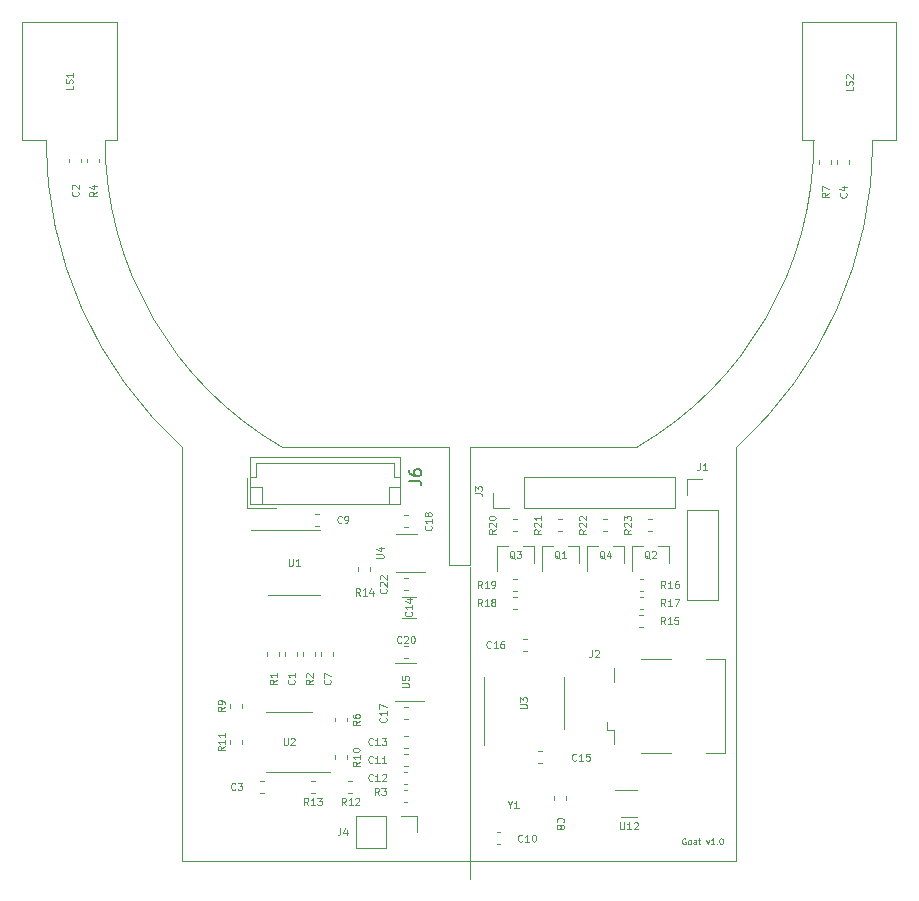
<source format=gbr>
%TF.GenerationSoftware,KiCad,Pcbnew,5.99.0-unknown-5405c09~101~ubuntu18.04.1*%
%TF.CreationDate,2020-04-21T19:36:23+03:00*%
%TF.ProjectId,Ultrasonic Flow Sensor,556c7472-6173-46f6-9e69-6320466c6f77,rev?*%
%TF.SameCoordinates,Original*%
%TF.FileFunction,Legend,Top*%
%TF.FilePolarity,Positive*%
%FSLAX46Y46*%
G04 Gerber Fmt 4.6, Leading zero omitted, Abs format (unit mm)*
G04 Created by KiCad (PCBNEW 5.99.0-unknown-5405c09~101~ubuntu18.04.1) date 2020-04-21 19:36:23*
%MOMM*%
%LPD*%
G01*
G04 APERTURE LIST*
%TA.AperFunction,Profile*%
%ADD10C,0.100000*%
%TD*%
%ADD11C,0.100000*%
%ADD12C,0.120000*%
%ADD13C,0.150000*%
G04 APERTURE END LIST*
D10*
X149136991Y-69280010D02*
X147136990Y-69280010D01*
X142136990Y-69280010D02*
G75*
G02*
X127136990Y-95260771I-29999999J0D01*
G01*
X141136991Y-69280010D02*
X141136991Y-59280010D01*
X88684912Y-95260772D02*
X88684912Y-130260772D01*
X83136991Y-59280010D02*
X83136991Y-69280010D01*
X142136990Y-69280010D02*
X141136991Y-69280010D01*
X75136991Y-69280010D02*
X75136991Y-59280010D01*
X77136991Y-69280010D02*
X75136991Y-69280010D01*
X88684912Y-95260772D02*
G75*
G02*
X77136991Y-69280010I23452079J25980762D01*
G01*
X111286991Y-95260772D02*
X111286991Y-105260772D01*
X111286991Y-95260772D02*
X97136991Y-95260772D01*
D11*
X113023990Y-105390771D02*
X113023990Y-131806771D01*
D10*
X112986991Y-95260772D02*
X127136990Y-95260771D01*
X112986991Y-105260772D02*
X112986991Y-95260772D01*
D11*
X131268513Y-128381771D02*
X131220894Y-128357961D01*
X131149466Y-128357961D01*
X131078037Y-128381771D01*
X131030418Y-128429390D01*
X131006609Y-128477009D01*
X130982799Y-128572247D01*
X130982799Y-128643675D01*
X131006609Y-128738913D01*
X131030418Y-128786532D01*
X131078037Y-128834151D01*
X131149466Y-128857961D01*
X131197085Y-128857961D01*
X131268513Y-128834151D01*
X131292323Y-128810342D01*
X131292323Y-128643675D01*
X131197085Y-128643675D01*
X131578037Y-128857961D02*
X131530418Y-128834151D01*
X131506609Y-128810342D01*
X131482799Y-128762723D01*
X131482799Y-128619866D01*
X131506609Y-128572247D01*
X131530418Y-128548437D01*
X131578037Y-128524628D01*
X131649466Y-128524628D01*
X131697085Y-128548437D01*
X131720894Y-128572247D01*
X131744704Y-128619866D01*
X131744704Y-128762723D01*
X131720894Y-128810342D01*
X131697085Y-128834151D01*
X131649466Y-128857961D01*
X131578037Y-128857961D01*
X132173275Y-128857961D02*
X132173275Y-128596056D01*
X132149466Y-128548437D01*
X132101847Y-128524628D01*
X132006609Y-128524628D01*
X131958990Y-128548437D01*
X132173275Y-128834151D02*
X132125656Y-128857961D01*
X132006609Y-128857961D01*
X131958990Y-128834151D01*
X131935180Y-128786532D01*
X131935180Y-128738913D01*
X131958990Y-128691294D01*
X132006609Y-128667485D01*
X132125656Y-128667485D01*
X132173275Y-128643675D01*
X132339942Y-128524628D02*
X132530418Y-128524628D01*
X132411370Y-128357961D02*
X132411370Y-128786532D01*
X132435180Y-128834151D01*
X132482799Y-128857961D01*
X132530418Y-128857961D01*
X133030418Y-128524628D02*
X133149466Y-128857961D01*
X133268513Y-128524628D01*
X133720894Y-128857961D02*
X133435180Y-128857961D01*
X133578037Y-128857961D02*
X133578037Y-128357961D01*
X133530418Y-128429390D01*
X133482799Y-128477009D01*
X133435180Y-128500818D01*
X133935180Y-128810342D02*
X133958990Y-128834151D01*
X133935180Y-128857961D01*
X133911370Y-128834151D01*
X133935180Y-128810342D01*
X133935180Y-128857961D01*
X134268513Y-128357961D02*
X134316132Y-128357961D01*
X134363751Y-128381771D01*
X134387561Y-128405580D01*
X134411370Y-128453199D01*
X134435180Y-128548437D01*
X134435180Y-128667485D01*
X134411370Y-128762723D01*
X134387561Y-128810342D01*
X134363751Y-128834151D01*
X134316132Y-128857961D01*
X134268513Y-128857961D01*
X134220894Y-128834151D01*
X134197085Y-128810342D01*
X134173275Y-128762723D01*
X134149466Y-128667485D01*
X134149466Y-128548437D01*
X134173275Y-128453199D01*
X134197085Y-128405580D01*
X134220894Y-128381771D01*
X134268513Y-128357961D01*
D10*
X88684912Y-130260772D02*
X135589070Y-130260772D01*
X149136991Y-59280010D02*
X149136991Y-69280010D01*
X111286991Y-105260772D02*
X112986991Y-105260772D01*
X141136991Y-59280010D02*
X149136991Y-59280010D01*
X97136991Y-95260772D02*
G75*
G02*
X82136991Y-69280010I15000000J25980762D01*
G01*
X83136991Y-69280010D02*
X82136991Y-69280010D01*
X135589070Y-130260772D02*
X135589069Y-95260771D01*
X147136990Y-69280010D02*
G75*
G02*
X135589069Y-95260771I-34999999J0D01*
G01*
X75136991Y-59280010D02*
X83136991Y-59280010D01*
D12*
%TO.C,U1*%
X98126490Y-107734657D02*
X100326490Y-107734657D01*
X98126490Y-107734657D02*
X95926490Y-107734657D01*
X98126490Y-102264657D02*
X100326490Y-102264657D01*
X98126490Y-102264657D02*
X94526490Y-102264657D01*
%TO.C,C8*%
X121153990Y-124785992D02*
X121153990Y-125111550D01*
X120133990Y-124785992D02*
X120133990Y-125111550D01*
%TO.C,R1*%
X95876990Y-112894050D02*
X95876990Y-112568492D01*
X96896990Y-112894050D02*
X96896990Y-112568492D01*
%TO.C,C16*%
X117877769Y-112487271D02*
X117552211Y-112487271D01*
X117877769Y-111467271D02*
X117552211Y-111467271D01*
%TO.C,C17*%
X107430211Y-117263157D02*
X107755769Y-117263157D01*
X107430211Y-118283157D02*
X107755769Y-118283157D01*
%TO.C,J1*%
X131378990Y-108210771D02*
X134038990Y-108210771D01*
X131378990Y-100530771D02*
X131378990Y-108210771D01*
X134038990Y-100530771D02*
X134038990Y-108210771D01*
X131378990Y-100530771D02*
X134038990Y-100530771D01*
X131378990Y-99260771D02*
X131378990Y-97930771D01*
X131378990Y-97930771D02*
X132708990Y-97930771D01*
%TO.C,Q3*%
X118439490Y-103610271D02*
X117509490Y-103610271D01*
X115279490Y-103610271D02*
X116209490Y-103610271D01*
X115279490Y-103610271D02*
X115279490Y-105770271D01*
X118439490Y-103610271D02*
X118439490Y-105070271D01*
%TO.C,R21*%
X120506711Y-101320271D02*
X120832269Y-101320271D01*
X120506711Y-102340271D02*
X120832269Y-102340271D01*
%TO.C,C1*%
X97400990Y-112894050D02*
X97400990Y-112568492D01*
X98420990Y-112894050D02*
X98420990Y-112568492D01*
%TO.C,C22*%
X107447711Y-106353657D02*
X107773269Y-106353657D01*
X107447711Y-107373657D02*
X107773269Y-107373657D01*
%TO.C,C9*%
X99937211Y-100933657D02*
X100262769Y-100933657D01*
X99937211Y-101953657D02*
X100262769Y-101953657D01*
%TO.C,U3*%
X120967240Y-116904271D02*
X120967240Y-114704271D01*
X120967240Y-116904271D02*
X120967240Y-119104271D01*
X114197240Y-116904271D02*
X114197240Y-114704271D01*
X114197240Y-116904271D02*
X114197240Y-120504271D01*
%TO.C,J6*%
X94111990Y-100380771D02*
X96611990Y-100380771D01*
X94111990Y-97880771D02*
X94111990Y-100380771D01*
X106131990Y-98580771D02*
X106131990Y-100080771D01*
X107131990Y-98580771D02*
X106131990Y-98580771D01*
X95411990Y-98580771D02*
X95411990Y-100080771D01*
X94411990Y-98580771D02*
X95411990Y-98580771D01*
X106631990Y-97770771D02*
X107131990Y-97770771D01*
X106631990Y-96560771D02*
X106631990Y-97770771D01*
X94911990Y-96560771D02*
X106631990Y-96560771D01*
X94911990Y-97770771D02*
X94911990Y-96560771D01*
X94411990Y-97770771D02*
X94911990Y-97770771D01*
X107131990Y-96060771D02*
X94411990Y-96060771D01*
X107131990Y-100080771D02*
X107131990Y-96060771D01*
X94411990Y-100080771D02*
X107131990Y-100080771D01*
X94411990Y-96060771D02*
X94411990Y-100080771D01*
%TO.C,R20*%
X116671211Y-101320271D02*
X116996769Y-101320271D01*
X116671211Y-102340271D02*
X116996769Y-102340271D01*
%TO.C,J2*%
X130086990Y-121144271D02*
X127486990Y-121144271D01*
X127486990Y-113224271D02*
X130086990Y-113224271D01*
X125176990Y-120384271D02*
X125176990Y-119234271D01*
X125176990Y-119234271D02*
X124586990Y-119234271D01*
X124586990Y-119234271D02*
X124586990Y-118534271D01*
X125176990Y-115134271D02*
X125176990Y-113984271D01*
X132986990Y-121144271D02*
X134646990Y-121144271D01*
X134646990Y-121144271D02*
X134646990Y-113224271D01*
X134646990Y-113224271D02*
X132986990Y-113224271D01*
%TO.C,C18*%
X107447711Y-101019657D02*
X107773269Y-101019657D01*
X107447711Y-102039657D02*
X107773269Y-102039657D01*
%TO.C,R14*%
X103526990Y-105756436D02*
X103526990Y-105430878D01*
X104546990Y-105756436D02*
X104546990Y-105430878D01*
%TO.C,R6*%
X102650240Y-118143378D02*
X102650240Y-118468936D01*
X101630240Y-118143378D02*
X101630240Y-118468936D01*
%TO.C,R19*%
X116671211Y-106400271D02*
X116996769Y-106400271D01*
X116671211Y-107420271D02*
X116996769Y-107420271D01*
%TO.C,C4*%
X145156990Y-70937992D02*
X145156990Y-71263550D01*
X144136990Y-70937992D02*
X144136990Y-71263550D01*
%TO.C,Q4*%
X126059490Y-103610271D02*
X125129490Y-103610271D01*
X122899490Y-103610271D02*
X123829490Y-103610271D01*
X122899490Y-103610271D02*
X122899490Y-105770271D01*
X126059490Y-103610271D02*
X126059490Y-105070271D01*
%TO.C,C3*%
X95572019Y-124518657D02*
X95246461Y-124518657D01*
X95572019Y-123498657D02*
X95246461Y-123498657D01*
%TO.C,R4*%
X81646990Y-70810992D02*
X81646990Y-71136550D01*
X80626990Y-70810992D02*
X80626990Y-71136550D01*
%TO.C,C14*%
X107244926Y-107909771D02*
X108449054Y-107909771D01*
X107244926Y-109729771D02*
X108449054Y-109729771D01*
%TO.C,U5*%
X108492990Y-113508657D02*
X106692990Y-113508657D01*
X106692990Y-116728657D02*
X109142990Y-116728657D01*
%TO.C,C10*%
X115274211Y-127867771D02*
X115599769Y-127867771D01*
X115274211Y-128887771D02*
X115599769Y-128887771D01*
%TO.C,R7*%
X143632990Y-70937992D02*
X143632990Y-71263550D01*
X142612990Y-70937992D02*
X142612990Y-71263550D01*
%TO.C,C13*%
X107755769Y-120708657D02*
X107430211Y-120708657D01*
X107755769Y-119688657D02*
X107430211Y-119688657D01*
%TO.C,R10*%
X102650240Y-121318378D02*
X102650240Y-121643936D01*
X101630240Y-121318378D02*
X101630240Y-121643936D01*
%TO.C,R15*%
X127664769Y-110472771D02*
X127339211Y-110472771D01*
X127664769Y-109452771D02*
X127339211Y-109452771D01*
%TO.C,Q1*%
X122249490Y-103610271D02*
X121319490Y-103610271D01*
X119089490Y-103610271D02*
X120019490Y-103610271D01*
X119089490Y-103610271D02*
X119089490Y-105770271D01*
X122249490Y-103610271D02*
X122249490Y-105070271D01*
%TO.C,U2*%
X97695240Y-117651157D02*
X95745240Y-117651157D01*
X97695240Y-117651157D02*
X99645240Y-117651157D01*
X97695240Y-122771157D02*
X95745240Y-122771157D01*
X97695240Y-122771157D02*
X101145240Y-122771157D01*
%TO.C,Q2*%
X129869490Y-103610271D02*
X128939490Y-103610271D01*
X126709490Y-103610271D02*
X127639490Y-103610271D01*
X126709490Y-103610271D02*
X126709490Y-105770271D01*
X129869490Y-103610271D02*
X129869490Y-105070271D01*
%TO.C,C11*%
X107755769Y-122232657D02*
X107430211Y-122232657D01*
X107755769Y-121212657D02*
X107430211Y-121212657D01*
%TO.C,C2*%
X80132990Y-70810992D02*
X80132990Y-71136550D01*
X79112990Y-70810992D02*
X79112990Y-71136550D01*
%TO.C,J3*%
X130355990Y-100439521D02*
X130355990Y-97779521D01*
X117595990Y-100439521D02*
X130355990Y-100439521D01*
X117595990Y-97779521D02*
X130355990Y-97779521D01*
X117595990Y-100439521D02*
X117595990Y-97779521D01*
X116325990Y-100439521D02*
X114995990Y-100439521D01*
X114995990Y-100439521D02*
X114995990Y-99109521D01*
%TO.C,R3*%
X107404711Y-124260657D02*
X107730269Y-124260657D01*
X107404711Y-125280657D02*
X107730269Y-125280657D01*
%TO.C,C20*%
X107430211Y-112068657D02*
X107755769Y-112068657D01*
X107430211Y-113088657D02*
X107755769Y-113088657D01*
%TO.C,R12*%
X102739461Y-123498657D02*
X103065019Y-123498657D01*
X102739461Y-124518657D02*
X103065019Y-124518657D01*
%TO.C,R2*%
X98924990Y-112894050D02*
X98924990Y-112568492D01*
X99944990Y-112894050D02*
X99944990Y-112568492D01*
%TO.C,R13*%
X99564461Y-123498657D02*
X99890019Y-123498657D01*
X99564461Y-124518657D02*
X99890019Y-124518657D01*
%TO.C,J4*%
X103341990Y-126488657D02*
X103341990Y-129148657D01*
X105941990Y-126488657D02*
X103341990Y-126488657D01*
X105941990Y-129148657D02*
X103341990Y-129148657D01*
X105941990Y-126488657D02*
X105941990Y-129148657D01*
X107211990Y-126488657D02*
X108541990Y-126488657D01*
X108541990Y-126488657D02*
X108541990Y-127818657D01*
%TO.C,R17*%
X127711269Y-108928271D02*
X127385711Y-108928271D01*
X127711269Y-107908271D02*
X127385711Y-107908271D01*
%TO.C,R22*%
X124316711Y-101320271D02*
X124642269Y-101320271D01*
X124316711Y-102340271D02*
X124642269Y-102340271D01*
%TO.C,R11*%
X93760240Y-120035878D02*
X93760240Y-120361436D01*
X92740240Y-120035878D02*
X92740240Y-120361436D01*
%TO.C,U4*%
X108535990Y-102586657D02*
X106735990Y-102586657D01*
X106735990Y-105806657D02*
X109185990Y-105806657D01*
%TO.C,C12*%
X107404711Y-122736657D02*
X107730269Y-122736657D01*
X107404711Y-123756657D02*
X107730269Y-123756657D01*
%TO.C,R9*%
X93760240Y-116987878D02*
X93760240Y-117313436D01*
X92740240Y-116987878D02*
X92740240Y-117313436D01*
%TO.C,U12*%
X127177990Y-124279271D02*
X125277990Y-124279271D01*
X125777990Y-126599271D02*
X127177990Y-126599271D01*
%TO.C,C15*%
X118822211Y-120992271D02*
X119147769Y-120992271D01*
X118822211Y-122012271D02*
X119147769Y-122012271D01*
%TO.C,R18*%
X116671211Y-107928771D02*
X116996769Y-107928771D01*
X116671211Y-108948771D02*
X116996769Y-108948771D01*
%TO.C,R23*%
X128126711Y-101320271D02*
X128452269Y-101320271D01*
X128126711Y-102340271D02*
X128452269Y-102340271D01*
%TO.C,R16*%
X127711269Y-107404271D02*
X127385711Y-107404271D01*
X127711269Y-106384271D02*
X127385711Y-106384271D01*
%TO.C,C7*%
X100448990Y-112894050D02*
X100448990Y-112568492D01*
X101468990Y-112894050D02*
X101468990Y-112568492D01*
%TD*%
%TO.C,U1*%
X97669347Y-104697085D02*
X97669347Y-105182799D01*
X97697918Y-105239942D01*
X97726490Y-105268514D01*
X97783632Y-105297085D01*
X97897918Y-105297085D01*
X97955061Y-105268514D01*
X97983632Y-105239942D01*
X98012204Y-105182799D01*
X98012204Y-104697085D01*
X98612204Y-105297085D02*
X98269347Y-105297085D01*
X98440775Y-105297085D02*
X98440775Y-104697085D01*
X98383632Y-104782799D01*
X98326490Y-104839942D01*
X98269347Y-104868514D01*
%TO.C,C8*%
X120429704Y-127007771D02*
X120401132Y-126979199D01*
X120372561Y-126893485D01*
X120372561Y-126836342D01*
X120401132Y-126750628D01*
X120458275Y-126693485D01*
X120515418Y-126664913D01*
X120629704Y-126636342D01*
X120715418Y-126636342D01*
X120829704Y-126664913D01*
X120886847Y-126693485D01*
X120943990Y-126750628D01*
X120972561Y-126836342D01*
X120972561Y-126893485D01*
X120943990Y-126979199D01*
X120915418Y-127007771D01*
X120715418Y-127350628D02*
X120743990Y-127293485D01*
X120772561Y-127264913D01*
X120829704Y-127236342D01*
X120858275Y-127236342D01*
X120915418Y-127264913D01*
X120943990Y-127293485D01*
X120972561Y-127350628D01*
X120972561Y-127464913D01*
X120943990Y-127522056D01*
X120915418Y-127550628D01*
X120858275Y-127579199D01*
X120829704Y-127579199D01*
X120772561Y-127550628D01*
X120743990Y-127522056D01*
X120715418Y-127464913D01*
X120715418Y-127350628D01*
X120686847Y-127293485D01*
X120658275Y-127264913D01*
X120601132Y-127236342D01*
X120486847Y-127236342D01*
X120429704Y-127264913D01*
X120401132Y-127293485D01*
X120372561Y-127350628D01*
X120372561Y-127464913D01*
X120401132Y-127522056D01*
X120429704Y-127550628D01*
X120486847Y-127579199D01*
X120601132Y-127579199D01*
X120658275Y-127550628D01*
X120686847Y-127522056D01*
X120715418Y-127464913D01*
%TO.C,R1*%
X96658418Y-114964771D02*
X96372704Y-115164771D01*
X96658418Y-115307628D02*
X96058418Y-115307628D01*
X96058418Y-115079056D01*
X96086990Y-115021913D01*
X96115561Y-114993342D01*
X96172704Y-114964771D01*
X96258418Y-114964771D01*
X96315561Y-114993342D01*
X96344132Y-115021913D01*
X96372704Y-115079056D01*
X96372704Y-115307628D01*
X96658418Y-114393342D02*
X96658418Y-114736199D01*
X96658418Y-114564771D02*
X96058418Y-114564771D01*
X96144132Y-114621913D01*
X96201275Y-114679056D01*
X96229847Y-114736199D01*
%TO.C,C16*%
X114789275Y-112191556D02*
X114760704Y-112220128D01*
X114674990Y-112248699D01*
X114617847Y-112248699D01*
X114532132Y-112220128D01*
X114474990Y-112162985D01*
X114446418Y-112105842D01*
X114417847Y-111991556D01*
X114417847Y-111905842D01*
X114446418Y-111791556D01*
X114474990Y-111734413D01*
X114532132Y-111677271D01*
X114617847Y-111648699D01*
X114674990Y-111648699D01*
X114760704Y-111677271D01*
X114789275Y-111705842D01*
X115360704Y-112248699D02*
X115017847Y-112248699D01*
X115189275Y-112248699D02*
X115189275Y-111648699D01*
X115132132Y-111734413D01*
X115074990Y-111791556D01*
X115017847Y-111820128D01*
X115874990Y-111648699D02*
X115760704Y-111648699D01*
X115703561Y-111677271D01*
X115674990Y-111705842D01*
X115617847Y-111791556D01*
X115589275Y-111905842D01*
X115589275Y-112134413D01*
X115617847Y-112191556D01*
X115646418Y-112220128D01*
X115703561Y-112248699D01*
X115817847Y-112248699D01*
X115874990Y-112220128D01*
X115903561Y-112191556D01*
X115932132Y-112134413D01*
X115932132Y-111991556D01*
X115903561Y-111934413D01*
X115874990Y-111905842D01*
X115817847Y-111877271D01*
X115703561Y-111877271D01*
X115646418Y-111905842D01*
X115617847Y-111934413D01*
X115589275Y-111991556D01*
%TO.C,C17*%
X105902275Y-118158871D02*
X105930847Y-118187442D01*
X105959418Y-118273157D01*
X105959418Y-118330299D01*
X105930847Y-118416014D01*
X105873704Y-118473157D01*
X105816561Y-118501728D01*
X105702275Y-118530299D01*
X105616561Y-118530299D01*
X105502275Y-118501728D01*
X105445132Y-118473157D01*
X105387990Y-118416014D01*
X105359418Y-118330299D01*
X105359418Y-118273157D01*
X105387990Y-118187442D01*
X105416561Y-118158871D01*
X105959418Y-117587442D02*
X105959418Y-117930299D01*
X105959418Y-117758871D02*
X105359418Y-117758871D01*
X105445132Y-117816014D01*
X105502275Y-117873157D01*
X105530847Y-117930299D01*
X105359418Y-117387442D02*
X105359418Y-116987442D01*
X105959418Y-117244585D01*
%TO.C,J1*%
X132508990Y-96602199D02*
X132508990Y-97030771D01*
X132480418Y-97116485D01*
X132423275Y-97173628D01*
X132337561Y-97202199D01*
X132280418Y-97202199D01*
X133108990Y-97202199D02*
X132766132Y-97202199D01*
X132937561Y-97202199D02*
X132937561Y-96602199D01*
X132880418Y-96687913D01*
X132823275Y-96745056D01*
X132766132Y-96773628D01*
%TO.C,Q3*%
X116802347Y-104698842D02*
X116745204Y-104670271D01*
X116688061Y-104613128D01*
X116602347Y-104527413D01*
X116545204Y-104498842D01*
X116488061Y-104498842D01*
X116516632Y-104641699D02*
X116459490Y-104613128D01*
X116402347Y-104555985D01*
X116373775Y-104441699D01*
X116373775Y-104241699D01*
X116402347Y-104127413D01*
X116459490Y-104070271D01*
X116516632Y-104041699D01*
X116630918Y-104041699D01*
X116688061Y-104070271D01*
X116745204Y-104127413D01*
X116773775Y-104241699D01*
X116773775Y-104441699D01*
X116745204Y-104555985D01*
X116688061Y-104613128D01*
X116630918Y-104641699D01*
X116516632Y-104641699D01*
X116973775Y-104041699D02*
X117345204Y-104041699D01*
X117145204Y-104270271D01*
X117230918Y-104270271D01*
X117288061Y-104298842D01*
X117316632Y-104327413D01*
X117345204Y-104384556D01*
X117345204Y-104527413D01*
X117316632Y-104584556D01*
X117288061Y-104613128D01*
X117230918Y-104641699D01*
X117059490Y-104641699D01*
X117002347Y-104613128D01*
X116973775Y-104584556D01*
%TO.C,R21*%
X119035918Y-102215985D02*
X118750204Y-102415985D01*
X119035918Y-102558842D02*
X118435918Y-102558842D01*
X118435918Y-102330271D01*
X118464490Y-102273128D01*
X118493061Y-102244556D01*
X118550204Y-102215985D01*
X118635918Y-102215985D01*
X118693061Y-102244556D01*
X118721632Y-102273128D01*
X118750204Y-102330271D01*
X118750204Y-102558842D01*
X118493061Y-101987413D02*
X118464490Y-101958842D01*
X118435918Y-101901699D01*
X118435918Y-101758842D01*
X118464490Y-101701699D01*
X118493061Y-101673128D01*
X118550204Y-101644556D01*
X118607347Y-101644556D01*
X118693061Y-101673128D01*
X119035918Y-102015985D01*
X119035918Y-101644556D01*
X119035918Y-101073128D02*
X119035918Y-101415985D01*
X119035918Y-101244556D02*
X118435918Y-101244556D01*
X118521632Y-101301699D01*
X118578775Y-101358842D01*
X118607347Y-101415985D01*
%TO.C,C1*%
X98125275Y-114964771D02*
X98153847Y-114993342D01*
X98182418Y-115079056D01*
X98182418Y-115136199D01*
X98153847Y-115221913D01*
X98096704Y-115279056D01*
X98039561Y-115307628D01*
X97925275Y-115336199D01*
X97839561Y-115336199D01*
X97725275Y-115307628D01*
X97668132Y-115279056D01*
X97610990Y-115221913D01*
X97582418Y-115136199D01*
X97582418Y-115079056D01*
X97610990Y-114993342D01*
X97639561Y-114964771D01*
X98182418Y-114393342D02*
X98182418Y-114736199D01*
X98182418Y-114564771D02*
X97582418Y-114564771D01*
X97668132Y-114621913D01*
X97725275Y-114679056D01*
X97753847Y-114736199D01*
%TO.C,C22*%
X105919775Y-107249371D02*
X105948347Y-107277942D01*
X105976918Y-107363657D01*
X105976918Y-107420799D01*
X105948347Y-107506514D01*
X105891204Y-107563657D01*
X105834061Y-107592228D01*
X105719775Y-107620799D01*
X105634061Y-107620799D01*
X105519775Y-107592228D01*
X105462632Y-107563657D01*
X105405490Y-107506514D01*
X105376918Y-107420799D01*
X105376918Y-107363657D01*
X105405490Y-107277942D01*
X105434061Y-107249371D01*
X105434061Y-107020799D02*
X105405490Y-106992228D01*
X105376918Y-106935085D01*
X105376918Y-106792228D01*
X105405490Y-106735085D01*
X105434061Y-106706514D01*
X105491204Y-106677942D01*
X105548347Y-106677942D01*
X105634061Y-106706514D01*
X105976918Y-107049371D01*
X105976918Y-106677942D01*
X105434061Y-106449371D02*
X105405490Y-106420799D01*
X105376918Y-106363657D01*
X105376918Y-106220799D01*
X105405490Y-106163657D01*
X105434061Y-106135085D01*
X105491204Y-106106514D01*
X105548347Y-106106514D01*
X105634061Y-106135085D01*
X105976918Y-106477942D01*
X105976918Y-106106514D01*
%TO.C,C9*%
X102158990Y-101616942D02*
X102130418Y-101645514D01*
X102044704Y-101674085D01*
X101987561Y-101674085D01*
X101901847Y-101645514D01*
X101844704Y-101588371D01*
X101816132Y-101531228D01*
X101787561Y-101416942D01*
X101787561Y-101331228D01*
X101816132Y-101216942D01*
X101844704Y-101159799D01*
X101901847Y-101102657D01*
X101987561Y-101074085D01*
X102044704Y-101074085D01*
X102130418Y-101102657D01*
X102158990Y-101131228D01*
X102444704Y-101674085D02*
X102558990Y-101674085D01*
X102616132Y-101645514D01*
X102644704Y-101616942D01*
X102701847Y-101531228D01*
X102730418Y-101416942D01*
X102730418Y-101188371D01*
X102701847Y-101131228D01*
X102673275Y-101102657D01*
X102616132Y-101074085D01*
X102501847Y-101074085D01*
X102444704Y-101102657D01*
X102416132Y-101131228D01*
X102387561Y-101188371D01*
X102387561Y-101331228D01*
X102416132Y-101388371D01*
X102444704Y-101416942D01*
X102501847Y-101445514D01*
X102616132Y-101445514D01*
X102673275Y-101416942D01*
X102701847Y-101388371D01*
X102730418Y-101331228D01*
%TO.C,U3*%
X117253668Y-117361413D02*
X117739382Y-117361413D01*
X117796525Y-117332842D01*
X117825097Y-117304271D01*
X117853668Y-117247128D01*
X117853668Y-117132842D01*
X117825097Y-117075699D01*
X117796525Y-117047128D01*
X117739382Y-117018556D01*
X117253668Y-117018556D01*
X117253668Y-116789985D02*
X117253668Y-116418556D01*
X117482240Y-116618556D01*
X117482240Y-116532842D01*
X117510811Y-116475699D01*
X117539382Y-116447128D01*
X117596525Y-116418556D01*
X117739382Y-116418556D01*
X117796525Y-116447128D01*
X117825097Y-116475699D01*
X117853668Y-116532842D01*
X117853668Y-116704271D01*
X117825097Y-116761413D01*
X117796525Y-116789985D01*
%TO.C,J6*%
D13*
X107904370Y-98104104D02*
X108618656Y-98104104D01*
X108761513Y-98151723D01*
X108856751Y-98246961D01*
X108904370Y-98389818D01*
X108904370Y-98485056D01*
X107904370Y-97199342D02*
X107904370Y-97389818D01*
X107951990Y-97485056D01*
X107999609Y-97532675D01*
X108142466Y-97627913D01*
X108332942Y-97675532D01*
X108713894Y-97675532D01*
X108809132Y-97627913D01*
X108856751Y-97580294D01*
X108904370Y-97485056D01*
X108904370Y-97294580D01*
X108856751Y-97199342D01*
X108809132Y-97151723D01*
X108713894Y-97104104D01*
X108475799Y-97104104D01*
X108380561Y-97151723D01*
X108332942Y-97199342D01*
X108285323Y-97294580D01*
X108285323Y-97485056D01*
X108332942Y-97580294D01*
X108380561Y-97627913D01*
X108475799Y-97675532D01*
%TO.C,R20*%
D12*
X115200418Y-102215985D02*
X114914704Y-102415985D01*
X115200418Y-102558842D02*
X114600418Y-102558842D01*
X114600418Y-102330271D01*
X114628990Y-102273128D01*
X114657561Y-102244556D01*
X114714704Y-102215985D01*
X114800418Y-102215985D01*
X114857561Y-102244556D01*
X114886132Y-102273128D01*
X114914704Y-102330271D01*
X114914704Y-102558842D01*
X114657561Y-101987413D02*
X114628990Y-101958842D01*
X114600418Y-101901699D01*
X114600418Y-101758842D01*
X114628990Y-101701699D01*
X114657561Y-101673128D01*
X114714704Y-101644556D01*
X114771847Y-101644556D01*
X114857561Y-101673128D01*
X115200418Y-102015985D01*
X115200418Y-101644556D01*
X114600418Y-101273128D02*
X114600418Y-101215985D01*
X114628990Y-101158842D01*
X114657561Y-101130271D01*
X114714704Y-101101699D01*
X114828990Y-101073128D01*
X114971847Y-101073128D01*
X115086132Y-101101699D01*
X115143275Y-101130271D01*
X115171847Y-101158842D01*
X115200418Y-101215985D01*
X115200418Y-101273128D01*
X115171847Y-101330271D01*
X115143275Y-101358842D01*
X115086132Y-101387413D01*
X114971847Y-101415985D01*
X114828990Y-101415985D01*
X114714704Y-101387413D01*
X114657561Y-101358842D01*
X114628990Y-101330271D01*
X114600418Y-101273128D01*
%TO.C,J2*%
X123356990Y-112410699D02*
X123356990Y-112839271D01*
X123328418Y-112924985D01*
X123271275Y-112982128D01*
X123185561Y-113010699D01*
X123128418Y-113010699D01*
X123614132Y-112467842D02*
X123642704Y-112439271D01*
X123699847Y-112410699D01*
X123842704Y-112410699D01*
X123899847Y-112439271D01*
X123928418Y-112467842D01*
X123956990Y-112524985D01*
X123956990Y-112582128D01*
X123928418Y-112667842D01*
X123585561Y-113010699D01*
X123956990Y-113010699D01*
%TO.C,Y1*%
X116421275Y-125512485D02*
X116421275Y-125798199D01*
X116221275Y-125198199D02*
X116421275Y-125512485D01*
X116621275Y-125198199D01*
X117135561Y-125798199D02*
X116792704Y-125798199D01*
X116964132Y-125798199D02*
X116964132Y-125198199D01*
X116906990Y-125283913D01*
X116849847Y-125341056D01*
X116792704Y-125369628D01*
%TO.C,C18*%
X109729775Y-101915371D02*
X109758347Y-101943942D01*
X109786918Y-102029657D01*
X109786918Y-102086799D01*
X109758347Y-102172514D01*
X109701204Y-102229657D01*
X109644061Y-102258228D01*
X109529775Y-102286799D01*
X109444061Y-102286799D01*
X109329775Y-102258228D01*
X109272632Y-102229657D01*
X109215490Y-102172514D01*
X109186918Y-102086799D01*
X109186918Y-102029657D01*
X109215490Y-101943942D01*
X109244061Y-101915371D01*
X109786918Y-101343942D02*
X109786918Y-101686799D01*
X109786918Y-101515371D02*
X109186918Y-101515371D01*
X109272632Y-101572514D01*
X109329775Y-101629657D01*
X109358347Y-101686799D01*
X109444061Y-101001085D02*
X109415490Y-101058228D01*
X109386918Y-101086799D01*
X109329775Y-101115371D01*
X109301204Y-101115371D01*
X109244061Y-101086799D01*
X109215490Y-101058228D01*
X109186918Y-101001085D01*
X109186918Y-100886799D01*
X109215490Y-100829657D01*
X109244061Y-100801085D01*
X109301204Y-100772514D01*
X109329775Y-100772514D01*
X109386918Y-100801085D01*
X109415490Y-100829657D01*
X109444061Y-100886799D01*
X109444061Y-101001085D01*
X109472632Y-101058228D01*
X109501204Y-101086799D01*
X109558347Y-101115371D01*
X109672632Y-101115371D01*
X109729775Y-101086799D01*
X109758347Y-101058228D01*
X109786918Y-101001085D01*
X109786918Y-100886799D01*
X109758347Y-100829657D01*
X109729775Y-100801085D01*
X109672632Y-100772514D01*
X109558347Y-100772514D01*
X109501204Y-100801085D01*
X109472632Y-100829657D01*
X109444061Y-100886799D01*
%TO.C,R14*%
X103709775Y-107811085D02*
X103509775Y-107525371D01*
X103366918Y-107811085D02*
X103366918Y-107211085D01*
X103595490Y-107211085D01*
X103652632Y-107239657D01*
X103681204Y-107268228D01*
X103709775Y-107325371D01*
X103709775Y-107411085D01*
X103681204Y-107468228D01*
X103652632Y-107496799D01*
X103595490Y-107525371D01*
X103366918Y-107525371D01*
X104281204Y-107811085D02*
X103938347Y-107811085D01*
X104109775Y-107811085D02*
X104109775Y-107211085D01*
X104052632Y-107296799D01*
X103995490Y-107353942D01*
X103938347Y-107382514D01*
X104795490Y-107411085D02*
X104795490Y-107811085D01*
X104652632Y-107182514D02*
X104509775Y-107611085D01*
X104881204Y-107611085D01*
%TO.C,R6*%
X103681668Y-118406157D02*
X103395954Y-118606157D01*
X103681668Y-118749014D02*
X103081668Y-118749014D01*
X103081668Y-118520442D01*
X103110240Y-118463299D01*
X103138811Y-118434728D01*
X103195954Y-118406157D01*
X103281668Y-118406157D01*
X103338811Y-118434728D01*
X103367382Y-118463299D01*
X103395954Y-118520442D01*
X103395954Y-118749014D01*
X103081668Y-117891871D02*
X103081668Y-118006157D01*
X103110240Y-118063299D01*
X103138811Y-118091871D01*
X103224525Y-118149014D01*
X103338811Y-118177585D01*
X103567382Y-118177585D01*
X103624525Y-118149014D01*
X103653097Y-118120442D01*
X103681668Y-118063299D01*
X103681668Y-117949014D01*
X103653097Y-117891871D01*
X103624525Y-117863299D01*
X103567382Y-117834728D01*
X103424525Y-117834728D01*
X103367382Y-117863299D01*
X103338811Y-117891871D01*
X103310240Y-117949014D01*
X103310240Y-118063299D01*
X103338811Y-118120442D01*
X103367382Y-118149014D01*
X103424525Y-118177585D01*
%TO.C,R19*%
X114035275Y-107186199D02*
X113835275Y-106900485D01*
X113692418Y-107186199D02*
X113692418Y-106586199D01*
X113920990Y-106586199D01*
X113978132Y-106614771D01*
X114006704Y-106643342D01*
X114035275Y-106700485D01*
X114035275Y-106786199D01*
X114006704Y-106843342D01*
X113978132Y-106871913D01*
X113920990Y-106900485D01*
X113692418Y-106900485D01*
X114606704Y-107186199D02*
X114263847Y-107186199D01*
X114435275Y-107186199D02*
X114435275Y-106586199D01*
X114378132Y-106671913D01*
X114320990Y-106729056D01*
X114263847Y-106757628D01*
X114892418Y-107186199D02*
X115006704Y-107186199D01*
X115063847Y-107157628D01*
X115092418Y-107129056D01*
X115149561Y-107043342D01*
X115178132Y-106929056D01*
X115178132Y-106700485D01*
X115149561Y-106643342D01*
X115120990Y-106614771D01*
X115063847Y-106586199D01*
X114949561Y-106586199D01*
X114892418Y-106614771D01*
X114863847Y-106643342D01*
X114835275Y-106700485D01*
X114835275Y-106843342D01*
X114863847Y-106900485D01*
X114892418Y-106929056D01*
X114949561Y-106957628D01*
X115063847Y-106957628D01*
X115120990Y-106929056D01*
X115149561Y-106900485D01*
X115178132Y-106843342D01*
%TO.C,C4*%
X144861275Y-73740771D02*
X144889847Y-73769342D01*
X144918418Y-73855056D01*
X144918418Y-73912199D01*
X144889847Y-73997913D01*
X144832704Y-74055056D01*
X144775561Y-74083628D01*
X144661275Y-74112199D01*
X144575561Y-74112199D01*
X144461275Y-74083628D01*
X144404132Y-74055056D01*
X144346990Y-73997913D01*
X144318418Y-73912199D01*
X144318418Y-73855056D01*
X144346990Y-73769342D01*
X144375561Y-73740771D01*
X144518418Y-73226485D02*
X144918418Y-73226485D01*
X144289847Y-73369342D02*
X144718418Y-73512199D01*
X144718418Y-73140771D01*
%TO.C,Q4*%
X124422347Y-104698842D02*
X124365204Y-104670271D01*
X124308061Y-104613128D01*
X124222347Y-104527413D01*
X124165204Y-104498842D01*
X124108061Y-104498842D01*
X124136632Y-104641699D02*
X124079490Y-104613128D01*
X124022347Y-104555985D01*
X123993775Y-104441699D01*
X123993775Y-104241699D01*
X124022347Y-104127413D01*
X124079490Y-104070271D01*
X124136632Y-104041699D01*
X124250918Y-104041699D01*
X124308061Y-104070271D01*
X124365204Y-104127413D01*
X124393775Y-104241699D01*
X124393775Y-104441699D01*
X124365204Y-104555985D01*
X124308061Y-104613128D01*
X124250918Y-104641699D01*
X124136632Y-104641699D01*
X124908061Y-104241699D02*
X124908061Y-104641699D01*
X124765204Y-104013128D02*
X124622347Y-104441699D01*
X124993775Y-104441699D01*
%TO.C,C3*%
X93150240Y-124222942D02*
X93121668Y-124251514D01*
X93035954Y-124280085D01*
X92978811Y-124280085D01*
X92893097Y-124251514D01*
X92835954Y-124194371D01*
X92807382Y-124137228D01*
X92778811Y-124022942D01*
X92778811Y-123937228D01*
X92807382Y-123822942D01*
X92835954Y-123765799D01*
X92893097Y-123708657D01*
X92978811Y-123680085D01*
X93035954Y-123680085D01*
X93121668Y-123708657D01*
X93150240Y-123737228D01*
X93350240Y-123680085D02*
X93721668Y-123680085D01*
X93521668Y-123908657D01*
X93607382Y-123908657D01*
X93664525Y-123937228D01*
X93693097Y-123965799D01*
X93721668Y-124022942D01*
X93721668Y-124165799D01*
X93693097Y-124222942D01*
X93664525Y-124251514D01*
X93607382Y-124280085D01*
X93435954Y-124280085D01*
X93378811Y-124251514D01*
X93350240Y-124222942D01*
%TO.C,R4*%
X81408418Y-73613771D02*
X81122704Y-73813771D01*
X81408418Y-73956628D02*
X80808418Y-73956628D01*
X80808418Y-73728056D01*
X80836990Y-73670913D01*
X80865561Y-73642342D01*
X80922704Y-73613771D01*
X81008418Y-73613771D01*
X81065561Y-73642342D01*
X81094132Y-73670913D01*
X81122704Y-73728056D01*
X81122704Y-73956628D01*
X81008418Y-73099485D02*
X81408418Y-73099485D01*
X80779847Y-73242342D02*
X81208418Y-73385199D01*
X81208418Y-73013771D01*
%TO.C,LS1*%
X79386418Y-64628485D02*
X79386418Y-64914199D01*
X78786418Y-64914199D01*
X79357847Y-64457056D02*
X79386418Y-64371342D01*
X79386418Y-64228485D01*
X79357847Y-64171342D01*
X79329275Y-64142771D01*
X79272132Y-64114199D01*
X79214990Y-64114199D01*
X79157847Y-64142771D01*
X79129275Y-64171342D01*
X79100704Y-64228485D01*
X79072132Y-64342771D01*
X79043561Y-64399913D01*
X79014990Y-64428485D01*
X78957847Y-64457056D01*
X78900704Y-64457056D01*
X78843561Y-64428485D01*
X78814990Y-64399913D01*
X78786418Y-64342771D01*
X78786418Y-64199913D01*
X78814990Y-64114199D01*
X79386418Y-63542771D02*
X79386418Y-63885628D01*
X79386418Y-63714199D02*
X78786418Y-63714199D01*
X78872132Y-63771342D01*
X78929275Y-63828485D01*
X78957847Y-63885628D01*
%TO.C,C14*%
X108061275Y-109205485D02*
X108089847Y-109234056D01*
X108118418Y-109319771D01*
X108118418Y-109376913D01*
X108089847Y-109462628D01*
X108032704Y-109519771D01*
X107975561Y-109548342D01*
X107861275Y-109576913D01*
X107775561Y-109576913D01*
X107661275Y-109548342D01*
X107604132Y-109519771D01*
X107546990Y-109462628D01*
X107518418Y-109376913D01*
X107518418Y-109319771D01*
X107546990Y-109234056D01*
X107575561Y-109205485D01*
X108118418Y-108634056D02*
X108118418Y-108976913D01*
X108118418Y-108805485D02*
X107518418Y-108805485D01*
X107604132Y-108862628D01*
X107661275Y-108919771D01*
X107689847Y-108976913D01*
X107718418Y-108119771D02*
X108118418Y-108119771D01*
X107489847Y-108262628D02*
X107918418Y-108405485D01*
X107918418Y-108034056D01*
%TO.C,U5*%
X107264418Y-115575799D02*
X107750132Y-115575799D01*
X107807275Y-115547228D01*
X107835847Y-115518657D01*
X107864418Y-115461514D01*
X107864418Y-115347228D01*
X107835847Y-115290085D01*
X107807275Y-115261514D01*
X107750132Y-115232942D01*
X107264418Y-115232942D01*
X107264418Y-114661514D02*
X107264418Y-114947228D01*
X107550132Y-114975799D01*
X107521561Y-114947228D01*
X107492990Y-114890085D01*
X107492990Y-114747228D01*
X107521561Y-114690085D01*
X107550132Y-114661514D01*
X107607275Y-114632942D01*
X107750132Y-114632942D01*
X107807275Y-114661514D01*
X107835847Y-114690085D01*
X107864418Y-114747228D01*
X107864418Y-114890085D01*
X107835847Y-114947228D01*
X107807275Y-114975799D01*
%TO.C,C10*%
X117464275Y-128592056D02*
X117435704Y-128620628D01*
X117349990Y-128649199D01*
X117292847Y-128649199D01*
X117207132Y-128620628D01*
X117149990Y-128563485D01*
X117121418Y-128506342D01*
X117092847Y-128392056D01*
X117092847Y-128306342D01*
X117121418Y-128192056D01*
X117149990Y-128134913D01*
X117207132Y-128077771D01*
X117292847Y-128049199D01*
X117349990Y-128049199D01*
X117435704Y-128077771D01*
X117464275Y-128106342D01*
X118035704Y-128649199D02*
X117692847Y-128649199D01*
X117864275Y-128649199D02*
X117864275Y-128049199D01*
X117807132Y-128134913D01*
X117749990Y-128192056D01*
X117692847Y-128220628D01*
X118407132Y-128049199D02*
X118464275Y-128049199D01*
X118521418Y-128077771D01*
X118549990Y-128106342D01*
X118578561Y-128163485D01*
X118607132Y-128277771D01*
X118607132Y-128420628D01*
X118578561Y-128534913D01*
X118549990Y-128592056D01*
X118521418Y-128620628D01*
X118464275Y-128649199D01*
X118407132Y-128649199D01*
X118349990Y-128620628D01*
X118321418Y-128592056D01*
X118292847Y-128534913D01*
X118264275Y-128420628D01*
X118264275Y-128277771D01*
X118292847Y-128163485D01*
X118321418Y-128106342D01*
X118349990Y-128077771D01*
X118407132Y-128049199D01*
%TO.C,R7*%
X143394418Y-73740771D02*
X143108704Y-73940771D01*
X143394418Y-74083628D02*
X142794418Y-74083628D01*
X142794418Y-73855056D01*
X142822990Y-73797913D01*
X142851561Y-73769342D01*
X142908704Y-73740771D01*
X142994418Y-73740771D01*
X143051561Y-73769342D01*
X143080132Y-73797913D01*
X143108704Y-73855056D01*
X143108704Y-74083628D01*
X142794418Y-73540771D02*
X142794418Y-73140771D01*
X143394418Y-73397913D01*
%TO.C,C13*%
X104794275Y-120412942D02*
X104765704Y-120441514D01*
X104679990Y-120470085D01*
X104622847Y-120470085D01*
X104537132Y-120441514D01*
X104479990Y-120384371D01*
X104451418Y-120327228D01*
X104422847Y-120212942D01*
X104422847Y-120127228D01*
X104451418Y-120012942D01*
X104479990Y-119955799D01*
X104537132Y-119898657D01*
X104622847Y-119870085D01*
X104679990Y-119870085D01*
X104765704Y-119898657D01*
X104794275Y-119927228D01*
X105365704Y-120470085D02*
X105022847Y-120470085D01*
X105194275Y-120470085D02*
X105194275Y-119870085D01*
X105137132Y-119955799D01*
X105079990Y-120012942D01*
X105022847Y-120041514D01*
X105565704Y-119870085D02*
X105937132Y-119870085D01*
X105737132Y-120098657D01*
X105822847Y-120098657D01*
X105879990Y-120127228D01*
X105908561Y-120155799D01*
X105937132Y-120212942D01*
X105937132Y-120355799D01*
X105908561Y-120412942D01*
X105879990Y-120441514D01*
X105822847Y-120470085D01*
X105651418Y-120470085D01*
X105594275Y-120441514D01*
X105565704Y-120412942D01*
%TO.C,R10*%
X103681668Y-121866871D02*
X103395954Y-122066871D01*
X103681668Y-122209728D02*
X103081668Y-122209728D01*
X103081668Y-121981157D01*
X103110240Y-121924014D01*
X103138811Y-121895442D01*
X103195954Y-121866871D01*
X103281668Y-121866871D01*
X103338811Y-121895442D01*
X103367382Y-121924014D01*
X103395954Y-121981157D01*
X103395954Y-122209728D01*
X103681668Y-121295442D02*
X103681668Y-121638299D01*
X103681668Y-121466871D02*
X103081668Y-121466871D01*
X103167382Y-121524014D01*
X103224525Y-121581157D01*
X103253097Y-121638299D01*
X103081668Y-120924014D02*
X103081668Y-120866871D01*
X103110240Y-120809728D01*
X103138811Y-120781157D01*
X103195954Y-120752585D01*
X103310240Y-120724014D01*
X103453097Y-120724014D01*
X103567382Y-120752585D01*
X103624525Y-120781157D01*
X103653097Y-120809728D01*
X103681668Y-120866871D01*
X103681668Y-120924014D01*
X103653097Y-120981157D01*
X103624525Y-121009728D01*
X103567382Y-121038299D01*
X103453097Y-121066871D01*
X103310240Y-121066871D01*
X103195954Y-121038299D01*
X103138811Y-121009728D01*
X103110240Y-120981157D01*
X103081668Y-120924014D01*
%TO.C,R15*%
X129529275Y-110234199D02*
X129329275Y-109948485D01*
X129186418Y-110234199D02*
X129186418Y-109634199D01*
X129414990Y-109634199D01*
X129472132Y-109662771D01*
X129500704Y-109691342D01*
X129529275Y-109748485D01*
X129529275Y-109834199D01*
X129500704Y-109891342D01*
X129472132Y-109919913D01*
X129414990Y-109948485D01*
X129186418Y-109948485D01*
X130100704Y-110234199D02*
X129757847Y-110234199D01*
X129929275Y-110234199D02*
X129929275Y-109634199D01*
X129872132Y-109719913D01*
X129814990Y-109777056D01*
X129757847Y-109805628D01*
X130643561Y-109634199D02*
X130357847Y-109634199D01*
X130329275Y-109919913D01*
X130357847Y-109891342D01*
X130414990Y-109862771D01*
X130557847Y-109862771D01*
X130614990Y-109891342D01*
X130643561Y-109919913D01*
X130672132Y-109977056D01*
X130672132Y-110119913D01*
X130643561Y-110177056D01*
X130614990Y-110205628D01*
X130557847Y-110234199D01*
X130414990Y-110234199D01*
X130357847Y-110205628D01*
X130329275Y-110177056D01*
%TO.C,Q1*%
X120612347Y-104698842D02*
X120555204Y-104670271D01*
X120498061Y-104613128D01*
X120412347Y-104527413D01*
X120355204Y-104498842D01*
X120298061Y-104498842D01*
X120326632Y-104641699D02*
X120269490Y-104613128D01*
X120212347Y-104555985D01*
X120183775Y-104441699D01*
X120183775Y-104241699D01*
X120212347Y-104127413D01*
X120269490Y-104070271D01*
X120326632Y-104041699D01*
X120440918Y-104041699D01*
X120498061Y-104070271D01*
X120555204Y-104127413D01*
X120583775Y-104241699D01*
X120583775Y-104441699D01*
X120555204Y-104555985D01*
X120498061Y-104613128D01*
X120440918Y-104641699D01*
X120326632Y-104641699D01*
X121155204Y-104641699D02*
X120812347Y-104641699D01*
X120983775Y-104641699D02*
X120983775Y-104041699D01*
X120926632Y-104127413D01*
X120869490Y-104184556D01*
X120812347Y-104213128D01*
%TO.C,U2*%
X97238097Y-119882585D02*
X97238097Y-120368299D01*
X97266668Y-120425442D01*
X97295240Y-120454014D01*
X97352382Y-120482585D01*
X97466668Y-120482585D01*
X97523811Y-120454014D01*
X97552382Y-120425442D01*
X97580954Y-120368299D01*
X97580954Y-119882585D01*
X97838097Y-119939728D02*
X97866668Y-119911157D01*
X97923811Y-119882585D01*
X98066668Y-119882585D01*
X98123811Y-119911157D01*
X98152382Y-119939728D01*
X98180954Y-119996871D01*
X98180954Y-120054014D01*
X98152382Y-120139728D01*
X97809525Y-120482585D01*
X98180954Y-120482585D01*
%TO.C,Q2*%
X128232347Y-104698842D02*
X128175204Y-104670271D01*
X128118061Y-104613128D01*
X128032347Y-104527413D01*
X127975204Y-104498842D01*
X127918061Y-104498842D01*
X127946632Y-104641699D02*
X127889490Y-104613128D01*
X127832347Y-104555985D01*
X127803775Y-104441699D01*
X127803775Y-104241699D01*
X127832347Y-104127413D01*
X127889490Y-104070271D01*
X127946632Y-104041699D01*
X128060918Y-104041699D01*
X128118061Y-104070271D01*
X128175204Y-104127413D01*
X128203775Y-104241699D01*
X128203775Y-104441699D01*
X128175204Y-104555985D01*
X128118061Y-104613128D01*
X128060918Y-104641699D01*
X127946632Y-104641699D01*
X128432347Y-104098842D02*
X128460918Y-104070271D01*
X128518061Y-104041699D01*
X128660918Y-104041699D01*
X128718061Y-104070271D01*
X128746632Y-104098842D01*
X128775204Y-104155985D01*
X128775204Y-104213128D01*
X128746632Y-104298842D01*
X128403775Y-104641699D01*
X128775204Y-104641699D01*
%TO.C,C11*%
X104794275Y-121936942D02*
X104765704Y-121965514D01*
X104679990Y-121994085D01*
X104622847Y-121994085D01*
X104537132Y-121965514D01*
X104479990Y-121908371D01*
X104451418Y-121851228D01*
X104422847Y-121736942D01*
X104422847Y-121651228D01*
X104451418Y-121536942D01*
X104479990Y-121479799D01*
X104537132Y-121422657D01*
X104622847Y-121394085D01*
X104679990Y-121394085D01*
X104765704Y-121422657D01*
X104794275Y-121451228D01*
X105365704Y-121994085D02*
X105022847Y-121994085D01*
X105194275Y-121994085D02*
X105194275Y-121394085D01*
X105137132Y-121479799D01*
X105079990Y-121536942D01*
X105022847Y-121565514D01*
X105937132Y-121994085D02*
X105594275Y-121994085D01*
X105765704Y-121994085D02*
X105765704Y-121394085D01*
X105708561Y-121479799D01*
X105651418Y-121536942D01*
X105594275Y-121565514D01*
%TO.C,C2*%
X79837275Y-73613771D02*
X79865847Y-73642342D01*
X79894418Y-73728056D01*
X79894418Y-73785199D01*
X79865847Y-73870913D01*
X79808704Y-73928056D01*
X79751561Y-73956628D01*
X79637275Y-73985199D01*
X79551561Y-73985199D01*
X79437275Y-73956628D01*
X79380132Y-73928056D01*
X79322990Y-73870913D01*
X79294418Y-73785199D01*
X79294418Y-73728056D01*
X79322990Y-73642342D01*
X79351561Y-73613771D01*
X79351561Y-73385199D02*
X79322990Y-73356628D01*
X79294418Y-73299485D01*
X79294418Y-73156628D01*
X79322990Y-73099485D01*
X79351561Y-73070913D01*
X79408704Y-73042342D01*
X79465847Y-73042342D01*
X79551561Y-73070913D01*
X79894418Y-73413771D01*
X79894418Y-73042342D01*
%TO.C,J3*%
X113457418Y-99166521D02*
X113885990Y-99166521D01*
X113971704Y-99195092D01*
X114028847Y-99252235D01*
X114057418Y-99337949D01*
X114057418Y-99395092D01*
X113457418Y-98937949D02*
X113457418Y-98566521D01*
X113685990Y-98766521D01*
X113685990Y-98680806D01*
X113714561Y-98623663D01*
X113743132Y-98595092D01*
X113800275Y-98566521D01*
X113943132Y-98566521D01*
X114000275Y-98595092D01*
X114028847Y-98623663D01*
X114057418Y-98680806D01*
X114057418Y-98852235D01*
X114028847Y-98909378D01*
X114000275Y-98937949D01*
%TO.C,R3*%
X105333990Y-124712199D02*
X105133990Y-124426485D01*
X104991132Y-124712199D02*
X104991132Y-124112199D01*
X105219704Y-124112199D01*
X105276847Y-124140771D01*
X105305418Y-124169342D01*
X105333990Y-124226485D01*
X105333990Y-124312199D01*
X105305418Y-124369342D01*
X105276847Y-124397913D01*
X105219704Y-124426485D01*
X104991132Y-124426485D01*
X105533990Y-124112199D02*
X105905418Y-124112199D01*
X105705418Y-124340771D01*
X105791132Y-124340771D01*
X105848275Y-124369342D01*
X105876847Y-124397913D01*
X105905418Y-124455056D01*
X105905418Y-124597913D01*
X105876847Y-124655056D01*
X105848275Y-124683628D01*
X105791132Y-124712199D01*
X105619704Y-124712199D01*
X105562561Y-124683628D01*
X105533990Y-124655056D01*
%TO.C,C20*%
X107207275Y-111776942D02*
X107178704Y-111805514D01*
X107092990Y-111834085D01*
X107035847Y-111834085D01*
X106950132Y-111805514D01*
X106892990Y-111748371D01*
X106864418Y-111691228D01*
X106835847Y-111576942D01*
X106835847Y-111491228D01*
X106864418Y-111376942D01*
X106892990Y-111319799D01*
X106950132Y-111262657D01*
X107035847Y-111234085D01*
X107092990Y-111234085D01*
X107178704Y-111262657D01*
X107207275Y-111291228D01*
X107435847Y-111291228D02*
X107464418Y-111262657D01*
X107521561Y-111234085D01*
X107664418Y-111234085D01*
X107721561Y-111262657D01*
X107750132Y-111291228D01*
X107778704Y-111348371D01*
X107778704Y-111405514D01*
X107750132Y-111491228D01*
X107407275Y-111834085D01*
X107778704Y-111834085D01*
X108150132Y-111234085D02*
X108207275Y-111234085D01*
X108264418Y-111262657D01*
X108292990Y-111291228D01*
X108321561Y-111348371D01*
X108350132Y-111462657D01*
X108350132Y-111605514D01*
X108321561Y-111719799D01*
X108292990Y-111776942D01*
X108264418Y-111805514D01*
X108207275Y-111834085D01*
X108150132Y-111834085D01*
X108092990Y-111805514D01*
X108064418Y-111776942D01*
X108035847Y-111719799D01*
X108007275Y-111605514D01*
X108007275Y-111462657D01*
X108035847Y-111348371D01*
X108064418Y-111291228D01*
X108092990Y-111262657D01*
X108150132Y-111234085D01*
%TO.C,R12*%
X102516525Y-125550085D02*
X102316525Y-125264371D01*
X102173668Y-125550085D02*
X102173668Y-124950085D01*
X102402240Y-124950085D01*
X102459382Y-124978657D01*
X102487954Y-125007228D01*
X102516525Y-125064371D01*
X102516525Y-125150085D01*
X102487954Y-125207228D01*
X102459382Y-125235799D01*
X102402240Y-125264371D01*
X102173668Y-125264371D01*
X103087954Y-125550085D02*
X102745097Y-125550085D01*
X102916525Y-125550085D02*
X102916525Y-124950085D01*
X102859382Y-125035799D01*
X102802240Y-125092942D01*
X102745097Y-125121514D01*
X103316525Y-125007228D02*
X103345097Y-124978657D01*
X103402240Y-124950085D01*
X103545097Y-124950085D01*
X103602240Y-124978657D01*
X103630811Y-125007228D01*
X103659382Y-125064371D01*
X103659382Y-125121514D01*
X103630811Y-125207228D01*
X103287954Y-125550085D01*
X103659382Y-125550085D01*
%TO.C,R2*%
X99706418Y-114964771D02*
X99420704Y-115164771D01*
X99706418Y-115307628D02*
X99106418Y-115307628D01*
X99106418Y-115079056D01*
X99134990Y-115021913D01*
X99163561Y-114993342D01*
X99220704Y-114964771D01*
X99306418Y-114964771D01*
X99363561Y-114993342D01*
X99392132Y-115021913D01*
X99420704Y-115079056D01*
X99420704Y-115307628D01*
X99163561Y-114736199D02*
X99134990Y-114707628D01*
X99106418Y-114650485D01*
X99106418Y-114507628D01*
X99134990Y-114450485D01*
X99163561Y-114421913D01*
X99220704Y-114393342D01*
X99277847Y-114393342D01*
X99363561Y-114421913D01*
X99706418Y-114764771D01*
X99706418Y-114393342D01*
%TO.C,R13*%
X99341525Y-125550085D02*
X99141525Y-125264371D01*
X98998668Y-125550085D02*
X98998668Y-124950085D01*
X99227240Y-124950085D01*
X99284382Y-124978657D01*
X99312954Y-125007228D01*
X99341525Y-125064371D01*
X99341525Y-125150085D01*
X99312954Y-125207228D01*
X99284382Y-125235799D01*
X99227240Y-125264371D01*
X98998668Y-125264371D01*
X99912954Y-125550085D02*
X99570097Y-125550085D01*
X99741525Y-125550085D02*
X99741525Y-124950085D01*
X99684382Y-125035799D01*
X99627240Y-125092942D01*
X99570097Y-125121514D01*
X100112954Y-124950085D02*
X100484382Y-124950085D01*
X100284382Y-125178657D01*
X100370097Y-125178657D01*
X100427240Y-125207228D01*
X100455811Y-125235799D01*
X100484382Y-125292942D01*
X100484382Y-125435799D01*
X100455811Y-125492942D01*
X100427240Y-125521514D01*
X100370097Y-125550085D01*
X100198668Y-125550085D01*
X100141525Y-125521514D01*
X100112954Y-125492942D01*
%TO.C,J4*%
X102058990Y-127490085D02*
X102058990Y-127918657D01*
X102030418Y-128004371D01*
X101973275Y-128061514D01*
X101887561Y-128090085D01*
X101830418Y-128090085D01*
X102601847Y-127690085D02*
X102601847Y-128090085D01*
X102458990Y-127461514D02*
X102316132Y-127890085D01*
X102687561Y-127890085D01*
%TO.C,R17*%
X129575775Y-108689699D02*
X129375775Y-108403985D01*
X129232918Y-108689699D02*
X129232918Y-108089699D01*
X129461490Y-108089699D01*
X129518632Y-108118271D01*
X129547204Y-108146842D01*
X129575775Y-108203985D01*
X129575775Y-108289699D01*
X129547204Y-108346842D01*
X129518632Y-108375413D01*
X129461490Y-108403985D01*
X129232918Y-108403985D01*
X130147204Y-108689699D02*
X129804347Y-108689699D01*
X129975775Y-108689699D02*
X129975775Y-108089699D01*
X129918632Y-108175413D01*
X129861490Y-108232556D01*
X129804347Y-108261128D01*
X130347204Y-108089699D02*
X130747204Y-108089699D01*
X130490061Y-108689699D01*
%TO.C,R22*%
X122845918Y-102215985D02*
X122560204Y-102415985D01*
X122845918Y-102558842D02*
X122245918Y-102558842D01*
X122245918Y-102330271D01*
X122274490Y-102273128D01*
X122303061Y-102244556D01*
X122360204Y-102215985D01*
X122445918Y-102215985D01*
X122503061Y-102244556D01*
X122531632Y-102273128D01*
X122560204Y-102330271D01*
X122560204Y-102558842D01*
X122303061Y-101987413D02*
X122274490Y-101958842D01*
X122245918Y-101901699D01*
X122245918Y-101758842D01*
X122274490Y-101701699D01*
X122303061Y-101673128D01*
X122360204Y-101644556D01*
X122417347Y-101644556D01*
X122503061Y-101673128D01*
X122845918Y-102015985D01*
X122845918Y-101644556D01*
X122303061Y-101415985D02*
X122274490Y-101387413D01*
X122245918Y-101330271D01*
X122245918Y-101187413D01*
X122274490Y-101130271D01*
X122303061Y-101101699D01*
X122360204Y-101073128D01*
X122417347Y-101073128D01*
X122503061Y-101101699D01*
X122845918Y-101444556D01*
X122845918Y-101073128D01*
%TO.C,R11*%
X92251668Y-120584371D02*
X91965954Y-120784371D01*
X92251668Y-120927228D02*
X91651668Y-120927228D01*
X91651668Y-120698657D01*
X91680240Y-120641514D01*
X91708811Y-120612942D01*
X91765954Y-120584371D01*
X91851668Y-120584371D01*
X91908811Y-120612942D01*
X91937382Y-120641514D01*
X91965954Y-120698657D01*
X91965954Y-120927228D01*
X92251668Y-120012942D02*
X92251668Y-120355799D01*
X92251668Y-120184371D02*
X91651668Y-120184371D01*
X91737382Y-120241514D01*
X91794525Y-120298657D01*
X91823097Y-120355799D01*
X92251668Y-119441514D02*
X92251668Y-119784371D01*
X92251668Y-119612942D02*
X91651668Y-119612942D01*
X91737382Y-119670085D01*
X91794525Y-119727228D01*
X91823097Y-119784371D01*
%TO.C,U4*%
X105105418Y-104653799D02*
X105591132Y-104653799D01*
X105648275Y-104625228D01*
X105676847Y-104596657D01*
X105705418Y-104539514D01*
X105705418Y-104425228D01*
X105676847Y-104368085D01*
X105648275Y-104339514D01*
X105591132Y-104310942D01*
X105105418Y-104310942D01*
X105305418Y-103768085D02*
X105705418Y-103768085D01*
X105076847Y-103910942D02*
X105505418Y-104053799D01*
X105505418Y-103682371D01*
%TO.C,C12*%
X104794275Y-123460942D02*
X104765704Y-123489514D01*
X104679990Y-123518085D01*
X104622847Y-123518085D01*
X104537132Y-123489514D01*
X104479990Y-123432371D01*
X104451418Y-123375228D01*
X104422847Y-123260942D01*
X104422847Y-123175228D01*
X104451418Y-123060942D01*
X104479990Y-123003799D01*
X104537132Y-122946657D01*
X104622847Y-122918085D01*
X104679990Y-122918085D01*
X104765704Y-122946657D01*
X104794275Y-122975228D01*
X105365704Y-123518085D02*
X105022847Y-123518085D01*
X105194275Y-123518085D02*
X105194275Y-122918085D01*
X105137132Y-123003799D01*
X105079990Y-123060942D01*
X105022847Y-123089514D01*
X105594275Y-122975228D02*
X105622847Y-122946657D01*
X105679990Y-122918085D01*
X105822847Y-122918085D01*
X105879990Y-122946657D01*
X105908561Y-122975228D01*
X105937132Y-123032371D01*
X105937132Y-123089514D01*
X105908561Y-123175228D01*
X105565704Y-123518085D01*
X105937132Y-123518085D01*
%TO.C,LS2*%
X145426418Y-64755485D02*
X145426418Y-65041199D01*
X144826418Y-65041199D01*
X145397847Y-64584056D02*
X145426418Y-64498342D01*
X145426418Y-64355485D01*
X145397847Y-64298342D01*
X145369275Y-64269771D01*
X145312132Y-64241199D01*
X145254990Y-64241199D01*
X145197847Y-64269771D01*
X145169275Y-64298342D01*
X145140704Y-64355485D01*
X145112132Y-64469771D01*
X145083561Y-64526913D01*
X145054990Y-64555485D01*
X144997847Y-64584056D01*
X144940704Y-64584056D01*
X144883561Y-64555485D01*
X144854990Y-64526913D01*
X144826418Y-64469771D01*
X144826418Y-64326913D01*
X144854990Y-64241199D01*
X144883561Y-64012628D02*
X144854990Y-63984056D01*
X144826418Y-63926913D01*
X144826418Y-63784056D01*
X144854990Y-63726913D01*
X144883561Y-63698342D01*
X144940704Y-63669771D01*
X144997847Y-63669771D01*
X145083561Y-63698342D01*
X145426418Y-64041199D01*
X145426418Y-63669771D01*
%TO.C,R9*%
X92251668Y-117250657D02*
X91965954Y-117450657D01*
X92251668Y-117593514D02*
X91651668Y-117593514D01*
X91651668Y-117364942D01*
X91680240Y-117307799D01*
X91708811Y-117279228D01*
X91765954Y-117250657D01*
X91851668Y-117250657D01*
X91908811Y-117279228D01*
X91937382Y-117307799D01*
X91965954Y-117364942D01*
X91965954Y-117593514D01*
X92251668Y-116964942D02*
X92251668Y-116850657D01*
X92223097Y-116793514D01*
X92194525Y-116764942D01*
X92108811Y-116707799D01*
X91994525Y-116679228D01*
X91765954Y-116679228D01*
X91708811Y-116707799D01*
X91680240Y-116736371D01*
X91651668Y-116793514D01*
X91651668Y-116907799D01*
X91680240Y-116964942D01*
X91708811Y-116993514D01*
X91765954Y-117022085D01*
X91908811Y-117022085D01*
X91965954Y-116993514D01*
X91994525Y-116964942D01*
X92023097Y-116907799D01*
X92023097Y-116793514D01*
X91994525Y-116736371D01*
X91965954Y-116707799D01*
X91908811Y-116679228D01*
%TO.C,U12*%
X125735132Y-127015699D02*
X125735132Y-127501413D01*
X125763704Y-127558556D01*
X125792275Y-127587128D01*
X125849418Y-127615699D01*
X125963704Y-127615699D01*
X126020847Y-127587128D01*
X126049418Y-127558556D01*
X126077990Y-127501413D01*
X126077990Y-127015699D01*
X126677990Y-127615699D02*
X126335132Y-127615699D01*
X126506561Y-127615699D02*
X126506561Y-127015699D01*
X126449418Y-127101413D01*
X126392275Y-127158556D01*
X126335132Y-127187128D01*
X126906561Y-127072842D02*
X126935132Y-127044271D01*
X126992275Y-127015699D01*
X127135132Y-127015699D01*
X127192275Y-127044271D01*
X127220847Y-127072842D01*
X127249418Y-127129985D01*
X127249418Y-127187128D01*
X127220847Y-127272842D01*
X126877990Y-127615699D01*
X127249418Y-127615699D01*
%TO.C,C15*%
X122036275Y-121734056D02*
X122007704Y-121762628D01*
X121921990Y-121791199D01*
X121864847Y-121791199D01*
X121779132Y-121762628D01*
X121721990Y-121705485D01*
X121693418Y-121648342D01*
X121664847Y-121534056D01*
X121664847Y-121448342D01*
X121693418Y-121334056D01*
X121721990Y-121276913D01*
X121779132Y-121219771D01*
X121864847Y-121191199D01*
X121921990Y-121191199D01*
X122007704Y-121219771D01*
X122036275Y-121248342D01*
X122607704Y-121791199D02*
X122264847Y-121791199D01*
X122436275Y-121791199D02*
X122436275Y-121191199D01*
X122379132Y-121276913D01*
X122321990Y-121334056D01*
X122264847Y-121362628D01*
X123150561Y-121191199D02*
X122864847Y-121191199D01*
X122836275Y-121476913D01*
X122864847Y-121448342D01*
X122921990Y-121419771D01*
X123064847Y-121419771D01*
X123121990Y-121448342D01*
X123150561Y-121476913D01*
X123179132Y-121534056D01*
X123179132Y-121676913D01*
X123150561Y-121734056D01*
X123121990Y-121762628D01*
X123064847Y-121791199D01*
X122921990Y-121791199D01*
X122864847Y-121762628D01*
X122836275Y-121734056D01*
%TO.C,R18*%
X114040275Y-108710199D02*
X113840275Y-108424485D01*
X113697418Y-108710199D02*
X113697418Y-108110199D01*
X113925990Y-108110199D01*
X113983132Y-108138771D01*
X114011704Y-108167342D01*
X114040275Y-108224485D01*
X114040275Y-108310199D01*
X114011704Y-108367342D01*
X113983132Y-108395913D01*
X113925990Y-108424485D01*
X113697418Y-108424485D01*
X114611704Y-108710199D02*
X114268847Y-108710199D01*
X114440275Y-108710199D02*
X114440275Y-108110199D01*
X114383132Y-108195913D01*
X114325990Y-108253056D01*
X114268847Y-108281628D01*
X114954561Y-108367342D02*
X114897418Y-108338771D01*
X114868847Y-108310199D01*
X114840275Y-108253056D01*
X114840275Y-108224485D01*
X114868847Y-108167342D01*
X114897418Y-108138771D01*
X114954561Y-108110199D01*
X115068847Y-108110199D01*
X115125990Y-108138771D01*
X115154561Y-108167342D01*
X115183132Y-108224485D01*
X115183132Y-108253056D01*
X115154561Y-108310199D01*
X115125990Y-108338771D01*
X115068847Y-108367342D01*
X114954561Y-108367342D01*
X114897418Y-108395913D01*
X114868847Y-108424485D01*
X114840275Y-108481628D01*
X114840275Y-108595913D01*
X114868847Y-108653056D01*
X114897418Y-108681628D01*
X114954561Y-108710199D01*
X115068847Y-108710199D01*
X115125990Y-108681628D01*
X115154561Y-108653056D01*
X115183132Y-108595913D01*
X115183132Y-108481628D01*
X115154561Y-108424485D01*
X115125990Y-108395913D01*
X115068847Y-108367342D01*
%TO.C,R23*%
X126655918Y-102215985D02*
X126370204Y-102415985D01*
X126655918Y-102558842D02*
X126055918Y-102558842D01*
X126055918Y-102330271D01*
X126084490Y-102273128D01*
X126113061Y-102244556D01*
X126170204Y-102215985D01*
X126255918Y-102215985D01*
X126313061Y-102244556D01*
X126341632Y-102273128D01*
X126370204Y-102330271D01*
X126370204Y-102558842D01*
X126113061Y-101987413D02*
X126084490Y-101958842D01*
X126055918Y-101901699D01*
X126055918Y-101758842D01*
X126084490Y-101701699D01*
X126113061Y-101673128D01*
X126170204Y-101644556D01*
X126227347Y-101644556D01*
X126313061Y-101673128D01*
X126655918Y-102015985D01*
X126655918Y-101644556D01*
X126055918Y-101444556D02*
X126055918Y-101073128D01*
X126284490Y-101273128D01*
X126284490Y-101187413D01*
X126313061Y-101130271D01*
X126341632Y-101101699D01*
X126398775Y-101073128D01*
X126541632Y-101073128D01*
X126598775Y-101101699D01*
X126627347Y-101130271D01*
X126655918Y-101187413D01*
X126655918Y-101358842D01*
X126627347Y-101415985D01*
X126598775Y-101444556D01*
%TO.C,R16*%
X129575775Y-107165699D02*
X129375775Y-106879985D01*
X129232918Y-107165699D02*
X129232918Y-106565699D01*
X129461490Y-106565699D01*
X129518632Y-106594271D01*
X129547204Y-106622842D01*
X129575775Y-106679985D01*
X129575775Y-106765699D01*
X129547204Y-106822842D01*
X129518632Y-106851413D01*
X129461490Y-106879985D01*
X129232918Y-106879985D01*
X130147204Y-107165699D02*
X129804347Y-107165699D01*
X129975775Y-107165699D02*
X129975775Y-106565699D01*
X129918632Y-106651413D01*
X129861490Y-106708556D01*
X129804347Y-106737128D01*
X130661490Y-106565699D02*
X130547204Y-106565699D01*
X130490061Y-106594271D01*
X130461490Y-106622842D01*
X130404347Y-106708556D01*
X130375775Y-106822842D01*
X130375775Y-107051413D01*
X130404347Y-107108556D01*
X130432918Y-107137128D01*
X130490061Y-107165699D01*
X130604347Y-107165699D01*
X130661490Y-107137128D01*
X130690061Y-107108556D01*
X130718632Y-107051413D01*
X130718632Y-106908556D01*
X130690061Y-106851413D01*
X130661490Y-106822842D01*
X130604347Y-106794271D01*
X130490061Y-106794271D01*
X130432918Y-106822842D01*
X130404347Y-106851413D01*
X130375775Y-106908556D01*
%TO.C,C7*%
X101173275Y-114964771D02*
X101201847Y-114993342D01*
X101230418Y-115079056D01*
X101230418Y-115136199D01*
X101201847Y-115221913D01*
X101144704Y-115279056D01*
X101087561Y-115307628D01*
X100973275Y-115336199D01*
X100887561Y-115336199D01*
X100773275Y-115307628D01*
X100716132Y-115279056D01*
X100658990Y-115221913D01*
X100630418Y-115136199D01*
X100630418Y-115079056D01*
X100658990Y-114993342D01*
X100687561Y-114964771D01*
X100630418Y-114764771D02*
X100630418Y-114364771D01*
X101230418Y-114621913D01*
%TD*%
M02*

</source>
